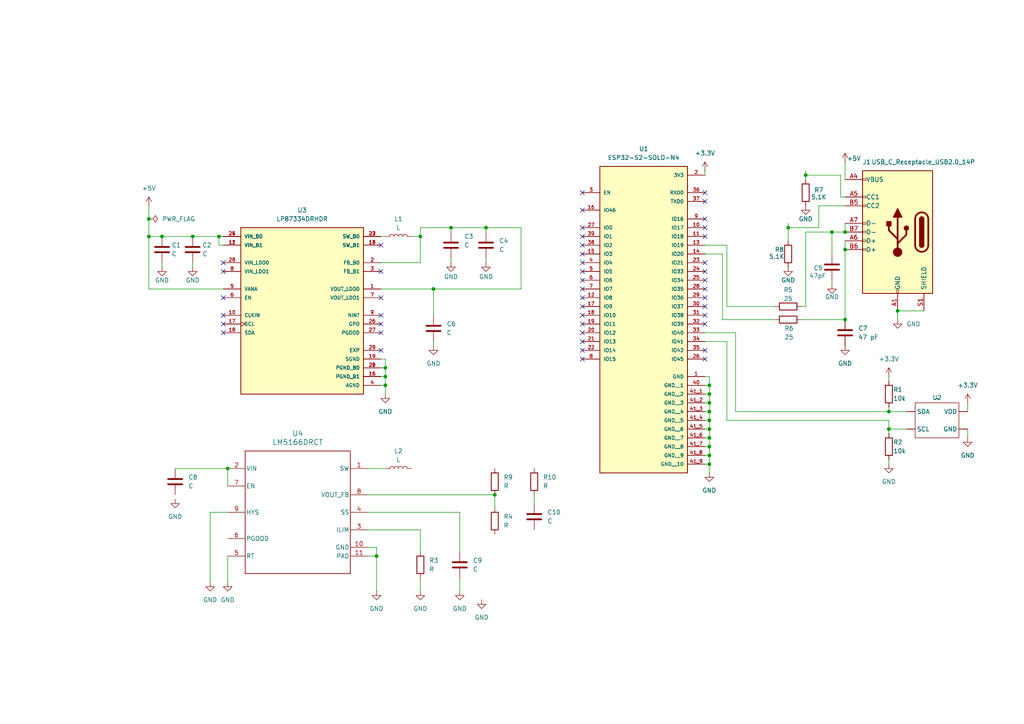
<source format=kicad_sch>
(kicad_sch (version 20231120) (generator "eeschema") (generator_version "8.0")
  (paper "A4")
  (lib_symbols
    (symbol "2025-03-20_05-27-29:LM5166DRCT" (pin_names (offset 0.254))
      (property "Reference" "U" (at 0 2.54 0))
      (property "Value" "LM5166DRCT" (at 0 0 0))
      (symbol "LM5166DRCT_0_1"
        (polyline (pts (xy -15.24 -17.78) (xy 15.24 -17.78)) (stroke (width 0.2032)))
        (polyline (pts (xy -15.24 17.78) (xy -15.24 -17.78)) (stroke (width 0.2032)))
        (polyline (pts (xy 15.24 -17.78) (xy 15.24 17.78)) (stroke (width 0.2032)))
        (polyline (pts (xy 15.24 17.78) (xy -15.24 17.78)) (stroke (width 0.2032)))
        (pin power_in line (at 20.32 12.7 180) (length 5.08) (name "SW") (number "1"))
        (pin power_in line (at 20.32 -10.16 180) (length 5.08) (name "GND") (number "10"))
        (pin power_in line (at 20.32 -12.7 180) (length 5.08) (name "PAD") (number "11"))
        (pin power_in line (at -20.32 12.7 0) (length 5.08) (name "VIN") (number "2"))
        (pin input line (at 20.32 -5.08 180) (length 5.08) (name "ILIM") (number "3"))
        (pin input line (at 20.32 0 180) (length 5.08) (name "SS") (number "4"))
        (pin input line (at -20.32 -12.7 0) (length 5.08) (name "RT") (number "5"))
        (pin open_collector line (at -20.32 -7.62 0) (length 5.08) (name "PGOOD") (number "6"))
        (pin input line (at -20.32 7.62 0) (length 5.08) (name "EN") (number "7"))
        (pin unspecified line (at 20.32 5.08 180) (length 5.08) (name "VOUT_FB") (number "8"))
        (pin unspecified line (at -20.32 0 0) (length 5.08) (name "HYS") (number "9"))
      )
    )
    (symbol "Connector:USB_C_Receptacle_USB2.0_14P" (pin_names (offset 1.016))
      (property "Reference" "J" (at 0 22.225 0))
      (property "Value" "USB_C_Receptacle_USB2.0_14P" (at 0 19.685 0))
      (symbol "USB_C_Receptacle_USB2.0_14P_0_0"
        (rectangle (start -0.254 -17.78) (end 0.254 -16.764))
        (rectangle (start 10.16 -4.826) (end 9.144 -5.334))
        (rectangle (start 10.16 -2.286) (end 9.144 -2.794))
        (rectangle (start 10.16 0.254) (end 9.144 -0.254))
        (rectangle (start 10.16 2.794) (end 9.144 2.286))
        (rectangle (start 10.16 7.874) (end 9.144 7.366))
        (rectangle (start 10.16 10.414) (end 9.144 9.906))
        (rectangle (start 10.16 15.494) (end 9.144 14.986))
      )
      (symbol "USB_C_Receptacle_USB2.0_14P_0_1"
        (rectangle (start -10.16 17.78) (end 10.16 -17.78) (stroke (width 0.254)) (fill (type background)))
        (arc (start -8.89 -3.81) (mid -6.985 -5.7067) (end -5.08 -3.81) (stroke (width 0.508)))
        (arc (start -7.62 -3.81) (mid -6.985 -4.4423) (end -6.35 -3.81) (stroke (width 0.254)))
        (arc (start -7.62 -3.81) (mid -6.985 -4.4423) (end -6.35 -3.81) (stroke (width 0.254)) (fill (type outline)))
        (rectangle (start -7.62 -3.81) (end -6.35 3.81) (stroke (width 0.254)) (fill (type outline)))
        (arc (start -6.35 3.81) (mid -6.985 4.4423) (end -7.62 3.81) (stroke (width 0.254)))
        (arc (start -6.35 3.81) (mid -6.985 4.4423) (end -7.62 3.81) (stroke (width 0.254)) (fill (type outline)))
        (arc (start -5.08 3.81) (mid -6.985 5.7067) (end -8.89 3.81) (stroke (width 0.508)))
        (circle (center -2.54 1.143) (radius 0.635) (stroke (width 0.254)) (fill (type outline)))
        (circle (center 0 -5.842) (radius 1.27) (fill (type outline)))
        (polyline (pts (xy -8.89 -3.81) (xy -8.89 3.81)) (stroke (width 0.508)))
        (polyline (pts (xy -5.08 3.81) (xy -5.08 -3.81)) (stroke (width 0.508)))
        (polyline (pts (xy 0 -5.842) (xy 0 4.318)) (stroke (width 0.508)))
        (polyline (pts (xy 0 -3.302) (xy -2.54 -0.762) (xy -2.54 0.508)) (stroke (width 0.508)))
        (polyline (pts (xy 0 -2.032) (xy 2.54 0.508) (xy 2.54 1.778)) (stroke (width 0.508)))
        (polyline (pts (xy -1.27 4.318) (xy 0 6.858) (xy 1.27 4.318) (xy -1.27 4.318)) (stroke (width 0.254)) (fill (type outline)))
        (rectangle (start 1.905 1.778) (end 3.175 3.048) (stroke (width 0.254)) (fill (type outline)))
      )
      (symbol "USB_C_Receptacle_USB2.0_14P_1_1"
        (pin passive line (at 0 -22.86 90) (length 5.08) (name "GND") (number "A1"))
        (pin passive line (at 0 -22.86 90) (length 5.08) hide (name "GND") (number "A12"))
        (pin passive line (at 15.24 15.24 180) (length 5.08) (name "VBUS") (number "A4"))
        (pin bidirectional line (at 15.24 10.16 180) (length 5.08) (name "CC1") (number "A5"))
        (pin bidirectional line (at 15.24 -2.54 180) (length 5.08) (name "D+") (number "A6"))
        (pin bidirectional line (at 15.24 2.54 180) (length 5.08) (name "D-") (number "A7"))
        (pin passive line (at 15.24 15.24 180) (length 5.08) hide (name "VBUS") (number "A9"))
        (pin passive line (at 0 -22.86 90) (length 5.08) hide (name "GND") (number "B1"))
        (pin passive line (at 0 -22.86 90) (length 5.08) hide (name "GND") (number "B12"))
        (pin passive line (at 15.24 15.24 180) (length 5.08) hide (name "VBUS") (number "B4"))
        (pin bidirectional line (at 15.24 7.62 180) (length 5.08) (name "CC2") (number "B5"))
        (pin bidirectional line (at 15.24 -5.08 180) (length 5.08) (name "D+") (number "B6"))
        (pin bidirectional line (at 15.24 0 180) (length 5.08) (name "D-") (number "B7"))
        (pin passive line (at 15.24 15.24 180) (length 5.08) hide (name "VBUS") (number "B9"))
        (pin passive line (at -7.62 -22.86 90) (length 5.08) (name "SHIELD") (number "S1"))
      )
    )
    (symbol "Device:C" (pin_numbers hide) (pin_names (offset 0.254))
      (property "Reference" "C" (at 0.635 2.54 0))
      (property "Value" "C" (at 0.635 -2.54 0))
      (symbol "C_0_1"
        (polyline (pts (xy -2.032 -0.762) (xy 2.032 -0.762)) (stroke (width 0.508)))
        (polyline (pts (xy -2.032 0.762) (xy 2.032 0.762)) (stroke (width 0.508)))
      )
      (symbol "C_1_1"
        (pin passive line (at 0 3.81 270) (length 2.794) (name "~") (number "1"))
        (pin passive line (at 0 -3.81 90) (length 2.794) (name "~") (number "2"))
      )
    )
    (symbol "Device:L" (pin_numbers hide) (pin_names (offset 1.016) hide)
      (property "Reference" "L" (at -1.27 0 90))
      (property "Value" "L" (at 1.905 0 90))
      (symbol "L_0_1"
        (arc (start 0 -2.54) (mid 0.6323 -1.905) (end 0 -1.27))
        (arc (start 0 -1.27) (mid 0.6323 -0.635) (end 0 0))
        (arc (start 0 0) (mid 0.6323 0.635) (end 0 1.27))
        (arc (start 0 1.27) (mid 0.6323 1.905) (end 0 2.54))
      )
      (symbol "L_1_1"
        (pin passive line (at 0 3.81 270) (length 1.27) (name "1") (number "1"))
        (pin passive line (at 0 -3.81 90) (length 1.27) (name "2") (number "2"))
      )
    )
    (symbol "Device:R" (pin_numbers hide) (pin_names (offset 0))
      (property "Reference" "R" (at 2.032 0 90))
      (property "Value" "R" (at 0 0 90))
      (symbol "R_0_1"
        (rectangle (start -1.016 -2.54) (end 1.016 2.54) (stroke (width 0.254)))
      )
      (symbol "R_1_1"
        (pin passive line (at 0 3.81 270) (length 1.27) (name "~") (number "1"))
        (pin passive line (at 0 -3.81 90) (length 1.27) (name "~") (number "2"))
      )
    )
    (symbol "ESP32-S2-SOLO-N4:ESP32-S2-SOLO-N4" (pin_names (offset 1.016))
      (property "Reference" "U" (at -12.7 33.782 0))
      (property "Value" "ESP32-S2-SOLO-N4" (at -12.7 -58.42 0))
      (symbol "ESP32-S2-SOLO-N4_0_0"
        (rectangle (start -12.7 -55.88) (end 12.7 33.02) (stroke (width 0.254)) (fill (type background)))
        (pin power_in line (at 17.78 -27.94 180) (length 5.08) (name "GND") (number "1"))
        (pin bidirectional line (at 17.78 15.24 180) (length 5.08) (name "IO17") (number "10"))
        (pin bidirectional line (at 17.78 12.7 180) (length 5.08) (name "IO18") (number "11"))
        (pin bidirectional line (at -17.78 -5.08 0) (length 5.08) (name "IO8") (number "12"))
        (pin bidirectional line (at 17.78 10.16 180) (length 5.08) (name "IO19") (number "13"))
        (pin bidirectional line (at 17.78 7.62 180) (length 5.08) (name "IO20") (number "14"))
        (pin bidirectional line (at -17.78 7.62 0) (length 5.08) (name "IO3") (number "15"))
        (pin input line (at -17.78 20.32 0) (length 5.08) (name "IO46") (number "16"))
        (pin bidirectional line (at -17.78 -7.62 0) (length 5.08) (name "IO9") (number "17"))
        (pin bidirectional line (at -17.78 -10.16 0) (length 5.08) (name "IO10") (number "18"))
        (pin bidirectional line (at -17.78 -12.7 0) (length 5.08) (name "IO11") (number "19"))
        (pin power_in line (at 17.78 30.48 180) (length 5.08) (name "3V3") (number "2"))
        (pin bidirectional line (at -17.78 -15.24 0) (length 5.08) (name "IO12") (number "20"))
        (pin bidirectional line (at -17.78 -17.78 0) (length 5.08) (name "IO13") (number "21"))
        (pin bidirectional line (at -17.78 -20.32 0) (length 5.08) (name "IO14") (number "22"))
        (pin bidirectional line (at 17.78 5.08 180) (length 5.08) (name "IO21") (number "23"))
        (pin bidirectional line (at 17.78 2.54 180) (length 5.08) (name "IO33") (number "24"))
        (pin bidirectional line (at 17.78 0 180) (length 5.08) (name "IO34") (number "25"))
        (pin bidirectional line (at 17.78 -22.86 180) (length 5.08) (name "IO45") (number "26"))
        (pin bidirectional line (at -17.78 15.24 0) (length 5.08) (name "IO0") (number "27"))
        (pin bidirectional line (at 17.78 -2.54 180) (length 5.08) (name "IO35") (number "28"))
        (pin bidirectional line (at 17.78 -5.08 180) (length 5.08) (name "IO36") (number "29"))
        (pin input line (at -17.78 25.4 0) (length 5.08) (name "EN") (number "3"))
        (pin bidirectional line (at 17.78 -7.62 180) (length 5.08) (name "IO37") (number "30"))
        (pin bidirectional line (at 17.78 -10.16 180) (length 5.08) (name "IO38") (number "31"))
        (pin bidirectional line (at 17.78 -12.7 180) (length 5.08) (name "IO39") (number "32"))
        (pin bidirectional line (at 17.78 -15.24 180) (length 5.08) (name "IO40") (number "33"))
        (pin bidirectional line (at 17.78 -17.78 180) (length 5.08) (name "IO41") (number "34"))
        (pin bidirectional line (at 17.78 -20.32 180) (length 5.08) (name "IO42") (number "35"))
        (pin bidirectional line (at 17.78 25.4 180) (length 5.08) (name "RXD0") (number "36"))
        (pin bidirectional line (at 17.78 22.86 180) (length 5.08) (name "TXD0") (number "37"))
        (pin bidirectional line (at -17.78 10.16 0) (length 5.08) (name "IO2") (number "38"))
        (pin bidirectional line (at -17.78 12.7 0) (length 5.08) (name "IO1") (number "39"))
        (pin bidirectional line (at -17.78 5.08 0) (length 5.08) (name "IO4") (number "4"))
        (pin power_in line (at 17.78 -30.48 180) (length 5.08) (name "GND__1") (number "40"))
        (pin power_in line (at 17.78 -33.02 180) (length 5.08) (name "GND__2") (number "41_1"))
        (pin power_in line (at 17.78 -35.56 180) (length 5.08) (name "GND__3") (number "41_2"))
        (pin power_in line (at 17.78 -38.1 180) (length 5.08) (name "GND__4") (number "41_3"))
        (pin power_in line (at 17.78 -40.64 180) (length 5.08) (name "GND__5") (number "41_4"))
        (pin power_in line (at 17.78 -43.18 180) (length 5.08) (name "GND__6") (number "41_5"))
        (pin power_in line (at 17.78 -45.72 180) (length 5.08) (name "GND__7") (number "41_6"))
        (pin power_in line (at 17.78 -48.26 180) (length 5.08) (name "GND__8") (number "41_7"))
        (pin power_in line (at 17.78 -50.8 180) (length 5.08) (name "GND__9") (number "41_8"))
        (pin power_in line (at 17.78 -53.34 180) (length 5.08) (name "GND__10") (number "41_9"))
        (pin bidirectional line (at -17.78 2.54 0) (length 5.08) (name "IO5") (number "5"))
        (pin bidirectional line (at -17.78 0 0) (length 5.08) (name "IO6") (number "6"))
        (pin bidirectional line (at -17.78 -2.54 0) (length 5.08) (name "IO7") (number "7"))
        (pin bidirectional line (at -17.78 -22.86 0) (length 5.08) (name "IO15") (number "8"))
        (pin bidirectional line (at 17.78 17.78 180) (length 5.08) (name "IO16") (number "9"))
      )
    )
    (symbol "LP87334DRHDR:LP87334DRHDR" (pin_names (offset 1.016))
      (property "Reference" "U" (at -17.78 23.622 0))
      (property "Value" "LP87334DRHDR" (at -17.78 -27.94 0))
      (symbol "LP87334DRHDR_0_0"
        (rectangle (start -17.78 -25.4) (end 17.78 22.86) (stroke (width 0.254)) (fill (type background)))
        (pin output line (at 22.86 5.08 180) (length 5.08) (name "VOUT_LDO0") (number "1"))
        (pin input line (at -22.86 -2.54 0) (length 5.08) (name "CLKIN") (number "10"))
        (pin input line (at -22.86 17.78 0) (length 5.08) (name "VIN_B1") (number "11"))
        (pin input line (at -22.86 17.78 0) (length 5.08) (name "VIN_B1") (number "12"))
        (pin output line (at 22.86 17.78 180) (length 5.08) (name "SW_B1") (number "13"))
        (pin output line (at 22.86 17.78 180) (length 5.08) (name "SW_B1") (number "14"))
        (pin power_in line (at 22.86 -20.32 180) (length 5.08) (name "PGND_B1") (number "15"))
        (pin power_in line (at 22.86 -20.32 180) (length 5.08) (name "PGND_B1") (number "16"))
        (pin input clock (at -22.86 -5.08 0) (length 5.08) (name "SCL") (number "17"))
        (pin bidirectional line (at -22.86 -7.62 0) (length 5.08) (name "SDA") (number "18"))
        (pin power_in line (at 22.86 -15.24 180) (length 5.08) (name "SGND") (number "19"))
        (pin input line (at 22.86 12.7 180) (length 5.08) (name "FB_B0") (number "2"))
        (pin power_in line (at 22.86 -17.78 180) (length 5.08) (name "PGND_B0") (number "20"))
        (pin power_in line (at 22.86 -17.78 180) (length 5.08) (name "PGND_B0") (number "21"))
        (pin output line (at 22.86 20.32 180) (length 5.08) (name "SW_B0") (number "22"))
        (pin output line (at 22.86 20.32 180) (length 5.08) (name "SW_B0") (number "23"))
        (pin input line (at -22.86 20.32 0) (length 5.08) (name "VIN_B0") (number "24"))
        (pin input line (at -22.86 20.32 0) (length 5.08) (name "VIN_B0") (number "25"))
        (pin output line (at 22.86 -5.08 180) (length 5.08) (name "GPO") (number "26"))
        (pin output line (at 22.86 -7.62 180) (length 5.08) (name "PGOOD") (number "27"))
        (pin input line (at -22.86 12.7 0) (length 5.08) (name "VIN_LDO0") (number "28"))
        (pin power_in line (at 22.86 -12.7 180) (length 5.08) (name "EXP") (number "29"))
        (pin input line (at 22.86 10.16 180) (length 5.08) (name "FB_B1") (number "3"))
        (pin power_in line (at 22.86 -22.86 180) (length 5.08) (name "AGND") (number "4"))
        (pin input line (at -22.86 5.08 0) (length 5.08) (name "VANA") (number "5"))
        (pin input line (at -22.86 2.54 0) (length 5.08) (name "EN") (number "6"))
        (pin output line (at 22.86 2.54 180) (length 5.08) (name "VOUT_LDO1") (number "7"))
        (pin input line (at -22.86 10.16 0) (length 5.08) (name "VIN_LDO1") (number "8"))
        (pin output line (at 22.86 -2.54 180) (length 5.08) (name "NINT") (number "9"))
      )
    )
    (symbol "New_Library:AM2320"
      (property "Reference" "U" (at 0 0 0))
      (symbol "AM2320_0_1"
        (rectangle (start -6.35 5.08) (end 6.35 -5.08))
      )
      (symbol "AM2320_1_1"
        (pin power_in line (at 8.89 -2.54 180) (length 2.54) (name "GND") (number ""))
        (pin input line (at -8.89 -2.54 0) (length 2.54) (name "SCL") (number ""))
        (pin input line (at -8.89 2.54 0) (length 2.54) (name "SDA") (number ""))
        (pin power_in line (at 8.89 2.54 180) (length 2.54) (name "VDD") (number ""))
      )
    )
    (symbol "power:+3.3V" (power) (pin_numbers hide) (pin_names (offset 0) hide)
      (property "Value" "+3.3V" (at 0 3.556 0))
      (symbol "+3.3V_0_1"
        (polyline (pts (xy -0.762 1.27) (xy 0 2.54)))
        (polyline (pts (xy 0 0) (xy 0 2.54)))
        (polyline (pts (xy 0 2.54) (xy 0.762 1.27)))
      )
      (symbol "+3.3V_1_1"
        (pin power_in line (at 0 0 90) (length 0) (name "~") (number "1"))
      )
    )
    (symbol "power:+5V" (power) (pin_numbers hide) (pin_names (offset 0) hide)
      (property "Value" "+5V" (at 0 3.556 0))
      (symbol "+5V_0_1"
        (polyline (pts (xy -0.762 1.27) (xy 0 2.54)))
        (polyline (pts (xy 0 0) (xy 0 2.54)))
        (polyline (pts (xy 0 2.54) (xy 0.762 1.27)))
      )
      (symbol "+5V_1_1"
        (pin power_in line (at 0 0 90) (length 0) (name "~") (number "1"))
      )
    )
    (symbol "power:GND" (power) (pin_numbers hide) (pin_names (offset 0) hide)
      (property "Value" "GND" (at 0 -3.81 0))
      (symbol "GND_0_1"
        (polyline (pts (xy 0 0) (xy 0 -1.27) (xy 1.27 -1.27) (xy 0 -2.54) (xy -1.27 -1.27) (xy 0 -1.27)))
      )
      (symbol "GND_1_1"
        (pin power_in line (at 0 0 270) (length 0) (name "~") (number "1"))
      )
    )
    (symbol "power:PWR_FLAG" (power) (pin_numbers hide) (pin_names (offset 0) hide)
      (property "Value" "PWR_FLAG" (at 0 3.81 0))
      (symbol "PWR_FLAG_0_0"
        (pin power_out line (at 0 0 90) (length 0) (name "~") (number "1"))
      )
      (symbol "PWR_FLAG_0_1"
        (polyline (pts (xy 0 0) (xy 0 1.27) (xy -1.016 1.905) (xy 0 2.54) (xy 1.016 1.905) (xy 0 1.27)))
      )
    )
  )
  (junction (at 63.5 68.58))
  (junction (at 205.74 111.76))
  (junction (at 257.81 119.38))
  (junction (at 245.11 67.31))
  (junction (at 46.99 68.58))
  (junction (at 241.3 67.31))
  (junction (at 43.18 68.58))
  (junction (at 121.92 68.58))
  (junction (at 205.74 124.46))
  (junction (at 125.73 83.82))
  (junction (at 205.74 119.38))
  (junction (at 143.51 143.51))
  (junction (at 43.18 63.5))
  (junction (at 205.74 116.84))
  (junction (at 260.35 90.17))
  (junction (at 228.6 66.04))
  (junction (at 55.88 68.58))
  (junction (at 205.74 134.62))
  (junction (at 245.11 72.39))
  (junction (at 257.81 124.46))
  (junction (at 111.76 106.68))
  (junction (at 140.97 66.04))
  (junction (at 245.11 92.71))
  (junction (at 111.76 111.76))
  (junction (at 205.74 127))
  (junction (at 109.22 161.29))
  (junction (at 111.76 109.22))
  (junction (at 66.04 135.89))
  (junction (at 233.68 50.8))
  (junction (at 205.74 121.92))
  (junction (at 205.74 132.08))
  (junction (at 130.81 66.04))
  (junction (at 205.74 129.54))
  (junction (at 205.74 114.3))
  (no_connect (at 204.47 78.74))
  (no_connect (at 168.91 91.44))
  (no_connect (at 110.49 91.44))
  (no_connect (at 204.47 63.5))
  (no_connect (at 168.91 81.28))
  (no_connect (at 204.47 88.9))
  (no_connect (at 204.47 83.82))
  (no_connect (at 64.77 93.98))
  (no_connect (at 204.47 55.88))
  (no_connect (at 168.91 96.52))
  (no_connect (at 168.91 99.06))
  (no_connect (at 110.49 93.98))
  (no_connect (at 204.47 68.58))
  (no_connect (at 168.91 71.12))
  (no_connect (at 110.49 101.6))
  (no_connect (at 168.91 60.96))
  (no_connect (at 110.49 96.52))
  (no_connect (at 168.91 104.14))
  (no_connect (at 168.91 68.58))
  (no_connect (at 168.91 101.6))
  (no_connect (at 110.49 86.36))
  (no_connect (at 168.91 86.36))
  (no_connect (at 204.47 91.44))
  (no_connect (at 168.91 88.9))
  (no_connect (at 64.77 91.44))
  (no_connect (at 64.77 86.36))
  (no_connect (at 64.77 78.74))
  (no_connect (at 204.47 93.98))
  (no_connect (at 110.49 78.74))
  (no_connect (at 168.91 66.04))
  (no_connect (at 204.47 58.42))
  (no_connect (at 168.91 76.2))
  (no_connect (at 204.47 81.28))
  (no_connect (at 204.47 76.2))
  (no_connect (at 204.47 86.36))
  (no_connect (at 110.49 71.12))
  (no_connect (at 64.77 96.52))
  (no_connect (at 64.77 76.2))
  (no_connect (at 204.47 101.6))
  (no_connect (at 168.91 93.98))
  (no_connect (at 168.91 83.82))
  (no_connect (at 168.91 55.88))
  (no_connect (at 168.91 78.74))
  (no_connect (at 204.47 66.04))
  (no_connect (at 168.91 73.66))
  (no_connect (at 204.47 104.14))
  (wire (pts (xy 233.68 49.53) (xy 233.68 50.8)))
  (wire (pts (xy 143.51 143.51) (xy 143.51 147.32)))
  (wire (pts (xy 46.99 68.58) (xy 55.88 68.58)))
  (wire (pts (xy 130.81 74.93) (xy 130.81 76.2)))
  (wire (pts (xy 106.68 153.67) (xy 121.92 153.67)))
  (wire (pts (xy 228.6 64.77) (xy 228.6 66.04)))
  (wire (pts (xy 257.81 133.35) (xy 257.81 134.62)))
  (wire (pts (xy 140.97 66.04) (xy 140.97 67.31)))
  (wire (pts (xy 205.74 121.92) (xy 204.47 121.92)))
  (wire (pts (xy 205.74 109.22) (xy 205.74 111.76)))
  (wire (pts (xy 224.79 92.71) (xy 209.55 92.71)))
  (wire (pts (xy 245.11 46.99) (xy 245.11 52.07)))
  (wire (pts (xy 209.55 92.71) (xy 209.55 73.66)))
  (wire (pts (xy 66.04 161.29) (xy 66.04 168.91)))
  (wire (pts (xy 106.68 143.51) (xy 143.51 143.51)))
  (wire (pts (xy 111.76 68.58) (xy 110.49 68.58)))
  (wire (pts (xy 233.68 88.9) (xy 232.41 88.9)))
  (wire (pts (xy 106.68 148.59) (xy 133.35 148.59)))
  (wire (pts (xy 125.73 83.82) (xy 125.73 91.44)))
  (wire (pts (xy 243.84 50.8) (xy 243.84 57.15)))
  (wire (pts (xy 245.11 67.31) (xy 241.3 67.31)))
  (wire (pts (xy 257.81 109.22) (xy 257.81 110.49)))
  (wire (pts (xy 228.6 66.04) (xy 237.49 66.04)))
  (wire (pts (xy 46.99 76.2) (xy 46.99 77.47)))
  (wire (pts (xy 260.35 90.17) (xy 260.35 92.71)))
  (wire (pts (xy 232.41 92.71) (xy 245.11 92.71)))
  (wire (pts (xy 209.55 73.66) (xy 204.47 73.66)))
  (wire (pts (xy 205.74 132.08) (xy 205.74 134.62)))
  (wire (pts (xy 257.81 121.92) (xy 257.81 124.46)))
  (wire (pts (xy 133.35 148.59) (xy 133.35 160.02)))
  (wire (pts (xy 210.82 121.92) (xy 210.82 99.06)))
  (wire (pts (xy 205.74 111.76) (xy 205.74 114.3)))
  (wire (pts (xy 243.84 57.15) (xy 245.11 57.15)))
  (wire (pts (xy 205.74 127) (xy 205.74 129.54)))
  (wire (pts (xy 205.74 124.46) (xy 204.47 124.46)))
  (wire (pts (xy 204.47 109.22) (xy 205.74 109.22)))
  (wire (pts (xy 241.3 81.28) (xy 241.3 82.55)))
  (wire (pts (xy 109.22 161.29) (xy 109.22 171.45)))
  (wire (pts (xy 140.97 74.93) (xy 140.97 76.2)))
  (wire (pts (xy 43.18 83.82) (xy 64.77 83.82)))
  (wire (pts (xy 280.67 124.46) (xy 280.67 127)))
  (wire (pts (xy 262.89 124.46) (xy 257.81 124.46)))
  (wire (pts (xy 43.18 68.58) (xy 43.18 83.82)))
  (wire (pts (xy 66.04 135.89) (xy 66.04 140.97)))
  (wire (pts (xy 257.81 124.46) (xy 257.81 125.73)))
  (wire (pts (xy 110.49 109.22) (xy 111.76 109.22)))
  (wire (pts (xy 111.76 109.22) (xy 111.76 111.76)))
  (wire (pts (xy 106.68 158.75) (xy 109.22 158.75)))
  (wire (pts (xy 55.88 68.58) (xy 63.5 68.58)))
  (wire (pts (xy 205.74 119.38) (xy 204.47 119.38)))
  (wire (pts (xy 130.81 66.04) (xy 140.97 66.04)))
  (wire (pts (xy 204.47 99.06) (xy 210.82 99.06)))
  (wire (pts (xy 60.96 148.59) (xy 60.96 168.91)))
  (wire (pts (xy 151.13 83.82) (xy 151.13 66.04)))
  (wire (pts (xy 205.74 124.46) (xy 205.74 127)))
  (wire (pts (xy 50.8 135.89) (xy 66.04 135.89)))
  (wire (pts (xy 154.94 143.51) (xy 154.94 146.05)))
  (wire (pts (xy 110.49 83.82) (xy 125.73 83.82)))
  (wire (pts (xy 63.5 71.12) (xy 63.5 68.58)))
  (wire (pts (xy 43.18 68.58) (xy 46.99 68.58)))
  (wire (pts (xy 224.79 88.9) (xy 210.82 88.9)))
  (wire (pts (xy 241.3 67.31) (xy 241.3 73.66)))
  (wire (pts (xy 106.68 161.29) (xy 109.22 161.29)))
  (wire (pts (xy 205.74 114.3) (xy 205.74 116.84)))
  (wire (pts (xy 205.74 127) (xy 204.47 127)))
  (wire (pts (xy 205.74 111.76) (xy 204.47 111.76)))
  (wire (pts (xy 280.67 116.84) (xy 280.67 119.38)))
  (wire (pts (xy 204.47 49.53) (xy 204.47 50.8)))
  (wire (pts (xy 257.81 121.92) (xy 210.82 121.92)))
  (wire (pts (xy 64.77 71.12) (xy 63.5 71.12)))
  (wire (pts (xy 43.18 59.69) (xy 43.18 63.5)))
  (wire (pts (xy 204.47 96.52) (xy 213.36 96.52)))
  (wire (pts (xy 109.22 158.75) (xy 109.22 161.29)))
  (wire (pts (xy 204.47 71.12) (xy 210.82 71.12)))
  (wire (pts (xy 205.74 134.62) (xy 204.47 134.62)))
  (wire (pts (xy 63.5 68.58) (xy 64.77 68.58)))
  (wire (pts (xy 205.74 134.62) (xy 205.74 137.16)))
  (wire (pts (xy 245.11 69.85) (xy 245.11 72.39)))
  (wire (pts (xy 237.49 66.04) (xy 237.49 59.69)))
  (wire (pts (xy 125.73 99.06) (xy 125.73 100.33)))
  (wire (pts (xy 111.76 106.68) (xy 111.76 109.22)))
  (wire (pts (xy 110.49 76.2) (xy 121.92 76.2)))
  (wire (pts (xy 43.18 63.5) (xy 43.18 68.58)))
  (wire (pts (xy 257.81 119.38) (xy 213.36 119.38)))
  (wire (pts (xy 140.97 66.04) (xy 151.13 66.04)))
  (wire (pts (xy 241.3 67.31) (xy 233.68 67.31)))
  (wire (pts (xy 110.49 104.14) (xy 111.76 104.14)))
  (wire (pts (xy 121.92 66.04) (xy 130.81 66.04)))
  (wire (pts (xy 205.74 116.84) (xy 205.74 119.38)))
  (wire (pts (xy 121.92 167.64) (xy 121.92 171.45)))
  (wire (pts (xy 121.92 68.58) (xy 121.92 66.04)))
  (wire (pts (xy 228.6 66.04) (xy 228.6 69.85)))
  (wire (pts (xy 205.74 121.92) (xy 205.74 124.46)))
  (wire (pts (xy 233.68 67.31) (xy 233.68 88.9)))
  (wire (pts (xy 55.88 76.2) (xy 55.88 77.47)))
  (wire (pts (xy 210.82 88.9) (xy 210.82 71.12)))
  (wire (pts (xy 121.92 153.67) (xy 121.92 160.02)))
  (wire (pts (xy 257.81 119.38) (xy 262.89 119.38)))
  (wire (pts (xy 111.76 111.76) (xy 111.76 114.3)))
  (wire (pts (xy 205.74 129.54) (xy 204.47 129.54)))
  (wire (pts (xy 245.11 72.39) (xy 245.11 92.71)))
  (wire (pts (xy 233.68 50.8) (xy 243.84 50.8)))
  (wire (pts (xy 110.49 106.68) (xy 111.76 106.68)))
  (wire (pts (xy 205.74 132.08) (xy 204.47 132.08)))
  (wire (pts (xy 125.73 83.82) (xy 151.13 83.82)))
  (wire (pts (xy 257.81 118.11) (xy 257.81 119.38)))
  (wire (pts (xy 205.74 116.84) (xy 204.47 116.84)))
  (wire (pts (xy 121.92 76.2) (xy 121.92 68.58)))
  (wire (pts (xy 66.04 148.59) (xy 60.96 148.59)))
  (wire (pts (xy 233.68 50.8) (xy 233.68 52.07)))
  (wire (pts (xy 237.49 59.69) (xy 245.11 59.69)))
  (wire (pts (xy 130.81 66.04) (xy 130.81 67.31)))
  (wire (pts (xy 106.68 135.89) (xy 111.76 135.89)))
  (wire (pts (xy 110.49 111.76) (xy 111.76 111.76)))
  (wire (pts (xy 205.74 114.3) (xy 204.47 114.3)))
  (wire (pts (xy 205.74 129.54) (xy 205.74 132.08)))
  (wire (pts (xy 245.11 64.77) (xy 245.11 67.31)))
  (wire (pts (xy 133.35 167.64) (xy 133.35 171.45)))
  (wire (pts (xy 119.38 68.58) (xy 121.92 68.58)))
  (wire (pts (xy 205.74 119.38) (xy 205.74 121.92)))
  (wire (pts (xy 213.36 119.38) (xy 213.36 96.52)))
  (wire (pts (xy 111.76 104.14) (xy 111.76 106.68)))
  (wire (pts (xy 260.35 90.17) (xy 267.97 90.17)))
  (symbol (lib_id "Device:C") (at 125.73 95.25 0) (unit 1)
    (property "Reference" "C6" (at 129.54 93.9799 0) (effects (justify left)))
    (property "Value" "C" (at 129.54 96.5199 0) (effects (justify left)))
    (property "Description" "Unpolarized capacitor" (effects (hide yes)))
  )
  (symbol (lib_id "power:GND") (at 260.35 92.71 0) (unit 1)
    (property "Reference" "#PWR015" (effects (hide yes)))
    (property "Value" "GND" (at 262.89 93.9799 0) (effects (justify left)))
    (property "Description" "Power symbol creates a global label with name \"GND\" , ground" (effects (hide yes)))
  )
  (symbol (lib_id "power:GND") (at 228.6 77.47 0) (unit 1)
    (property "Reference" "#PWR021" (effects (hide yes)))
    (property "Value" "GND" (at 228.6 81.28 0))
    (property "Description" "Power symbol creates a global label with name \"GND\" , ground" (effects (hide yes)))
  )
  (symbol (lib_id "power:GND") (at 130.81 76.2 0) (unit 1)
    (property "Reference" "#PWR010" (effects (hide yes)))
    (property "Value" "GND" (at 130.81 80.264 0))
    (property "Description" "Power symbol creates a global label with name \"GND\" , ground" (effects (hide yes)))
  )
  (symbol (lib_id "Device:R") (at 228.6 92.71 90) (unit 1)
    (property "Reference" "R6" (at 228.854 95.25 90))
    (property "Value" "25" (at 228.854 97.79 90))
    (property "Description" "Resistor" (effects (hide yes)))
  )
  (symbol (lib_id "power:+5V") (at 245.11 46.99 0) (unit 1)
    (property "Reference" "#PWR013" (effects (hide yes)))
    (property "Value" "+5V" (at 245.618 45.974 0) (effects (justify left)))
    (property "Description" "Power symbol creates a global label with name \"+5V\"" (effects (hide yes)))
  )
  (symbol (lib_id "Connector:USB_C_Receptacle_USB2.0_14P") (at 260.35 67.31 0) (mirror y) (unit 1)
    (property "Reference" "J1" (at 250.19 46.9901 0) (effects (justify right)))
    (property "Value" "USB_C_Receptacle_USB2.0_14P" (at 252.73 46.99 0) (effects (justify right)))
    (property "Datasheet" "https://www.usb.org/sites/default/files/documents/usb_type-c.zip" (effects (hide yes)))
    (property "Description" "USB 2.0-only 14P Type-C Receptacle connector" (effects (hide yes)))
  )
  (symbol (lib_id "Device:C") (at 140.97 71.12 0) (unit 1)
    (property "Reference" "C4" (at 144.78 69.8499 0) (effects (justify left)))
    (property "Value" "C" (at 144.78 72.3899 0) (effects (justify left)))
    (property "Description" "Unpolarized capacitor" (effects (hide yes)))
  )
  (symbol (lib_id "power:GND") (at 205.74 137.16 0) (unit 1)
    (property "Reference" "#PWR06" (effects (hide yes)))
    (property "Value" "GND" (at 205.74 142.24 0))
    (property "Description" "Power symbol creates a global label with name \"GND\" , ground" (effects (hide yes)))
  )
  (symbol (lib_id "power:GND") (at 257.81 134.62 0) (unit 1)
    (property "Reference" "#PWR05" (effects (hide yes)))
    (property "Value" "GND" (at 257.81 139.7 0))
    (property "Description" "Power symbol creates a global label with name \"GND\" , ground" (effects (hide yes)))
  )
  (symbol (lib_id "Device:R") (at 257.81 129.54 0) (unit 1)
    (property "Reference" "R2" (at 259.08 128.27 0) (effects (justify left)))
    (property "Value" "10k" (at 259.08 130.81 0) (effects (justify left)))
    (property "Description" "Resistor" (effects (hide yes)))
  )
  (symbol (lib_id "power:GND") (at 109.22 171.45 0) (unit 1)
    (property "Reference" "#PWR022" (effects (hide yes)))
    (property "Value" "GND" (at 109.22 176.53 0))
    (property "Description" "Power symbol creates a global label with name \"GND\" , ground" (effects (hide yes)))
  )
  (symbol (lib_id "power:GND") (at 133.35 171.45 0) (unit 1)
    (property "Reference" "#PWR024" (effects (hide yes)))
    (property "Value" "GND" (at 133.35 176.53 0))
    (property "Description" "Power symbol creates a global label with name \"GND\" , ground" (effects (hide yes)))
  )
  (symbol (lib_id "power:GND") (at 280.67 127 0) (unit 1)
    (property "Reference" "#PWR02" (effects (hide yes)))
    (property "Value" "GND" (at 280.67 132.08 0))
    (property "Description" "Power symbol creates a global label with name \"GND\" , ground" (effects (hide yes)))
  )
  (symbol (lib_id "Device:R") (at 154.94 139.7 0) (unit 1)
    (property "Reference" "R10" (at 157.48 138.4299 0) (effects (justify left)))
    (property "Value" "R" (at 157.48 140.9699 0) (effects (justify left)))
    (property "Description" "Resistor" (effects (hide yes)))
  )
  (symbol (lib_id "Device:C") (at 46.99 72.39 0) (unit 1)
    (property "Reference" "C1" (at 49.784 71.12 0) (effects (justify left)))
    (property "Value" "C" (at 49.784 73.66 0) (effects (justify left)))
    (property "Description" "Unpolarized capacitor" (effects (hide yes)))
  )
  (symbol (lib_id "power:PWR_FLAG") (at 43.18 63.5 270) (unit 1)
    (property "Reference" "#FLG02" (effects (hide yes)))
    (property "Value" "PWR_FLAG" (at 46.99 63.4999 90) (effects (justify left)))
    (property "Description" "Special symbol for telling ERC where power comes from" (effects (hide yes)))
  )
  (symbol (lib_id "Device:L") (at 115.57 68.58 90) (unit 1)
    (property "Reference" "L1" (at 115.57 63.5 90))
    (property "Value" "L" (at 115.57 66.04 90))
    (property "Description" "Inductor" (effects (hide yes)))
  )
  (symbol (lib_id "LP87334DRHDR:LP87334DRHDR") (at 87.63 88.9 0) (unit 1)
    (property "Reference" "U3" (at 87.63 60.96 0))
    (property "Value" "LP87334DRHDR" (at 87.63 63.5 0))
    (property "Footprint" "LP87334DRHDR:QFN50P500X500X100-29N" (effects (hide yes)))
    (property "MF" "Texas Instruments" (effects (hide yes)))
    (property "MAXIMUM_PACKAGE_HEIGHT" "1.00mm" (effects (hide yes)))
    (property "Package" "None" (effects (hide yes)))
    (property "Price" "None" (effects (hide yes)))
    (property "Check_prices" "https://www.snapeda.com/parts/LP87334DRHDR/Texas+Instruments/view-part/?ref=eda" (effects (hide yes)))
    (property "STANDARD" "IPC7351B" (effects (hide yes)))
    (property "PARTREV" "JUNE 2021" (effects (hide yes)))
    (property "SnapEDA_Link" "https://www.snapeda.com/parts/LP87334DRHDR/Texas+Instruments/view-part/?ref=snap" (effects (hide yes)))
    (property "MP" "LP87334DRHDR" (effects (hide yes)))
    (property "Description_1" "\n                        \n                            Dual high-current buck converters and dual linear regulators\n                        \n" (effects (hide yes)))
    (property "Availability" "In Stock" (effects (hide yes)))
    (property "MANUFACTURER" "Texas Instruments" (effects (hide yes)))
  )
  (symbol (lib_id "Device:R") (at 228.6 73.66 180) (unit 1)
    (property "Reference" "R8" (at 226.06 72.39 0))
    (property "Value" "5.1K" (at 225.298 74.422 0))
    (property "Description" "Resistor" (effects (hide yes)))
  )
  (symbol (lib_id "power:GND") (at 233.68 59.69 0) (unit 1)
    (property "Reference" "#PWR020" (effects (hide yes)))
    (property "Value" "GND" (at 233.68 63.5 0))
    (property "Description" "Power symbol creates a global label with name \"GND\" , ground" (effects (hide yes)))
  )
  (symbol (lib_id "power:GND") (at 241.3 82.55 0) (unit 1)
    (property "Reference" "#PWR019" (effects (hide yes)))
    (property "Value" "GND" (at 239.268 86.106 0) (effects (justify left)))
    (property "Description" "Power symbol creates a global label with name \"GND\" , ground" (effects (hide yes)))
  )
  (symbol (lib_id "Device:C") (at 55.88 72.39 0) (unit 1)
    (property "Reference" "C2" (at 58.674 71.12 0) (effects (justify left)))
    (property "Value" "C" (at 58.674 73.66 0) (effects (justify left)))
    (property "Description" "Unpolarized capacitor" (effects (hide yes)))
  )
  (symbol (lib_id "power:+3.3V") (at 257.81 109.22 0) (unit 1)
    (property "Reference" "#PWR03" (effects (hide yes)))
    (property "Value" "+3.3V" (at 257.81 104.14 0))
    (property "Description" "Power symbol creates a global label with name \"+3.3V\"" (effects (hide yes)))
  )
  (symbol (lib_id "Device:R") (at 143.51 139.7 0) (unit 1)
    (property "Reference" "R9" (at 146.05 138.4299 0) (effects (justify left)))
    (property "Value" "R" (at 146.05 140.9699 0) (effects (justify left)))
    (property "Description" "Resistor" (effects (hide yes)))
  )
  (symbol (lib_id "Device:R") (at 228.6 88.9 270) (unit 1)
    (property "Reference" "R5" (at 228.6 84.074 90))
    (property "Value" "25" (at 228.6 86.614 90))
    (property "Description" "Resistor" (effects (hide yes)))
  )
  (symbol (lib_id "power:GND") (at 139.7 173.99 0) (unit 1)
    (property "Reference" "#PWR025" (effects (hide yes)))
    (property "Value" "GND" (at 139.7 179.07 0))
    (property "Description" "Power symbol creates a global label with name \"GND\" , ground" (effects (hide yes)))
  )
  (symbol (lib_id "Device:C") (at 130.81 71.12 0) (unit 1)
    (property "Reference" "C3" (at 134.62 68.5799 0) (effects (justify left)))
    (property "Value" "C" (at 134.62 71.1199 0) (effects (justify left)))
    (property "Description" "Unpolarized capacitor" (effects (hide yes)))
  )
  (symbol (lib_id "Device:R") (at 257.81 114.3 0) (unit 1)
    (property "Reference" "R1" (at 259.08 113.03 0) (effects (justify left)))
    (property "Value" "10k" (at 259.08 115.57 0) (effects (justify left)))
    (property "Description" "Resistor" (effects (hide yes)))
  )
  (symbol (lib_id "power:GND") (at 140.97 76.2 0) (unit 1)
    (property "Reference" "#PWR012" (effects (hide yes)))
    (property "Value" "GND" (at 140.97 80.264 0))
    (property "Description" "Power symbol creates a global label with name \"GND\" , ground" (effects (hide yes)))
  )
  (symbol (lib_id "power:GND") (at 50.8 144.78 0) (unit 1)
    (property "Reference" "#PWR016" (effects (hide yes)))
    (property "Value" "GND" (at 50.8 149.86 0))
    (property "Description" "Power symbol creates a global label with name \"GND\" , ground" (effects (hide yes)))
  )
  (symbol (lib_id "power:GND") (at 245.11 100.33 0) (unit 1)
    (property "Reference" "#PWR018" (effects (hide yes)))
    (property "Value" "GND" (at 245.11 105.41 0))
    (property "Description" "Power symbol creates a global label with name \"GND\" , ground" (effects (hide yes)))
  )
  (symbol (lib_id "New_Library:AM2320") (at 271.78 121.92 0) (unit 1)
    (property "Reference" "U2" (at 271.78 115.316 0))
    (property "Value" "~" (at 271.78 115.57 0))
  )
  (symbol (lib_id "power:GND") (at 60.96 168.91 0) (unit 1)
    (property "Reference" "#PWR017" (effects (hide yes)))
    (property "Value" "GND" (at 60.96 173.99 0))
    (property "Description" "Power symbol creates a global label with name \"GND\" , ground" (effects (hide yes)))
  )
  (symbol (lib_id "Device:C") (at 133.35 163.83 0) (unit 1)
    (property "Reference" "C9" (at 137.16 162.5599 0) (effects (justify left)))
    (property "Value" "C" (at 137.16 165.0999 0) (effects (justify left)))
    (property "Description" "Unpolarized capacitor" (effects (hide yes)))
  )
  (symbol (lib_id "Device:C") (at 241.3 77.47 0) (unit 1)
    (property "Reference" "C5" (at 235.966 77.724 0) (effects (justify left)))
    (property "Value" "47pF" (at 234.696 80.01 0) (effects (justify left)))
    (property "Description" "Unpolarized capacitor" (effects (hide yes)))
  )
  (symbol (lib_id "power:+3.3V") (at 280.67 116.84 0) (unit 1)
    (property "Reference" "#PWR01" (effects (hide yes)))
    (property "Value" "+3.3V" (at 280.67 111.76 0))
    (property "Description" "Power symbol creates a global label with name \"+3.3V\"" (effects (hide yes)))
  )
  (symbol (lib_id "power:+3.3V") (at 204.47 49.53 0) (unit 1)
    (property "Reference" "#PWR04" (effects (hide yes)))
    (property "Value" "+3.3V" (at 204.47 44.45 0))
    (property "Description" "Power symbol creates a global label with name \"+3.3V\"" (effects (hide yes)))
  )
  (symbol (lib_id "power:GND") (at 125.73 100.33 0) (unit 1)
    (property "Reference" "#PWR014" (effects (hide yes)))
    (property "Value" "GND" (at 125.73 105.41 0))
    (property "Description" "Power symbol creates a global label with name \"GND\" , ground" (effects (hide yes)))
  )
  (symbol (lib_id "Device:L") (at 115.57 135.89 90) (unit 1)
    (property "Reference" "L2" (at 115.57 130.81 90))
    (property "Value" "L" (at 115.57 133.35 90))
    (property "Description" "Inductor" (effects (hide yes)))
  )
  (symbol (lib_id "2025-03-20_05-27-29:LM5166DRCT") (at 86.36 148.59 0) (unit 1)
    (property "Reference" "U4" (at 86.36 125.73 0) (effects (font (size 1.524 1.524))))
    (property "Value" "LM5166DRCT" (at 86.36 128.27 0) (effects (font (size 1.524 1.524))))
    (property "Footprint" "DRC0010J" (effects (hide yes)))
    (property "Datasheet" "LM5166DRCT" (effects (hide yes)))
  )
  (symbol (lib_id "ESP32-S2-SOLO-N4:ESP32-S2-SOLO-N4") (at 186.69 81.28 0) (unit 1)
    (property "Reference" "U1" (at 186.69 43.18 0))
    (property "Value" "ESP32-S2-SOLO-N4" (at 186.69 45.72 0))
    (property "Footprint" "ESP32-S2-SOLO-N4:XCVR_ESP32-S2-SOLO-N4" (effects (hide yes)))
    (property "PARTREV" "1.6" (effects (hide yes)))
    (property "STANDARD" "Manufacturer Recommendations" (effects (hide yes)))
    (property "MAXIMUM_PACKAGE_HEIGHT" "3.25 mm" (effects (hide yes)))
    (property "MANUFACTURER" "Espressif Systems" (effects (hide yes)))
  )
  (symbol (lib_id "power:GND") (at 46.99 77.47 0) (unit 1)
    (property "Reference" "#PWR08" (effects (hide yes)))
    (property "Value" "GND" (at 46.99 81.28 0))
    (property "Description" "Power symbol creates a global label with name \"GND\" , ground" (effects (hide yes)))
  )
  (symbol (lib_id "Device:C") (at 245.11 96.52 0) (unit 1)
    (property "Reference" "C7" (at 248.92 95.2499 0) (effects (justify left)))
    (property "Value" "47 pF" (at 248.92 97.7899 0) (effects (justify left)))
    (property "Description" "Unpolarized capacitor" (effects (hide yes)))
  )
  (symbol (lib_id "power:+3.3V") (at 43.18 59.69 0) (unit 1)
    (property "Reference" "#PWR07" (effects (hide yes)))
    (property "Value" "+5V" (at 43.18 54.61 0))
    (property "Description" "Power symbol creates a global label with name \"+3.3V\"" (effects (hide yes)))
  )
  (symbol (lib_id "power:GND") (at 121.92 171.45 0) (unit 1)
    (property "Reference" "#PWR023" (effects (hide yes)))
    (property "Value" "GND" (at 121.92 176.53 0))
    (property "Description" "Power symbol creates a global label with name \"GND\" , ground" (effects (hide yes)))
  )
  (symbol (lib_id "Device:C") (at 154.94 149.86 0) (unit 1)
    (property "Reference" "C10" (at 158.75 148.5899 0) (effects (justify left)))
    (property "Value" "C" (at 158.75 151.1299 0) (effects (justify left)))
    (property "Description" "Unpolarized capacitor" (effects (hide yes)))
  )
  (symbol (lib_id "Device:R") (at 121.92 163.83 0) (unit 1)
    (property "Reference" "R3" (at 124.46 162.5599 0) (effects (justify left)))
    (property "Value" "R" (at 124.46 165.0999 0) (effects (justify left)))
    (property "Description" "Resistor" (effects (hide yes)))
  )
  (symbol (lib_id "power:GND") (at 66.04 168.91 0) (unit 1)
    (property "Reference" "#PWR026" (effects (hide yes)))
    (property "Value" "GND" (at 66.04 173.99 0))
    (property "Description" "Power symbol creates a global label with name \"GND\" , ground" (effects (hide yes)))
  )
  (symbol (lib_id "power:GND") (at 111.76 114.3 0) (unit 1)
    (property "Reference" "#PWR011" (effects (hide yes)))
    (property "Value" "GND" (at 111.76 119.38 0))
    (property "Description" "Power symbol creates a global label with name \"GND\" , ground" (effects (hide yes)))
  )
  (symbol (lib_id "Device:R") (at 233.68 55.88 180) (unit 1)
    (property "Reference" "R7" (at 237.49 55.118 0))
    (property "Value" "5.1K" (at 237.49 57.15 0))
    (property "Description" "Resistor" (effects (hide yes)))
  )
  (symbol (lib_id "power:GND") (at 55.88 77.47 0) (unit 1)
    (property "Reference" "#PWR09" (effects (hide yes)))
    (property "Value" "GND" (at 55.88 81.28 0))
    (property "Description" "Power symbol creates a global label with name \"GND\" , ground" (effects (hide yes)))
  )
  (symbol (lib_id "Device:R") (at 143.51 151.13 0) (unit 1)
    (property "Reference" "R4" (at 146.05 149.8599 0) (effects (justify left)))
    (property "Value" "R" (at 146.05 152.3999 0) (effects (justify left)))
    (property "Description" "Resistor" (effects (hide yes)))
  )
  (symbol (lib_id "Device:C") (at 50.8 139.7 0) (unit 1)
    (property "Reference" "C8" (at 54.61 138.4299 0) (effects (justify left)))
    (property "Value" "C" (at 54.61 140.9699 0) (effects (justify left)))
    (property "Description" "Unpolarized capacitor" (effects (hide yes)))
  )
)
</source>
